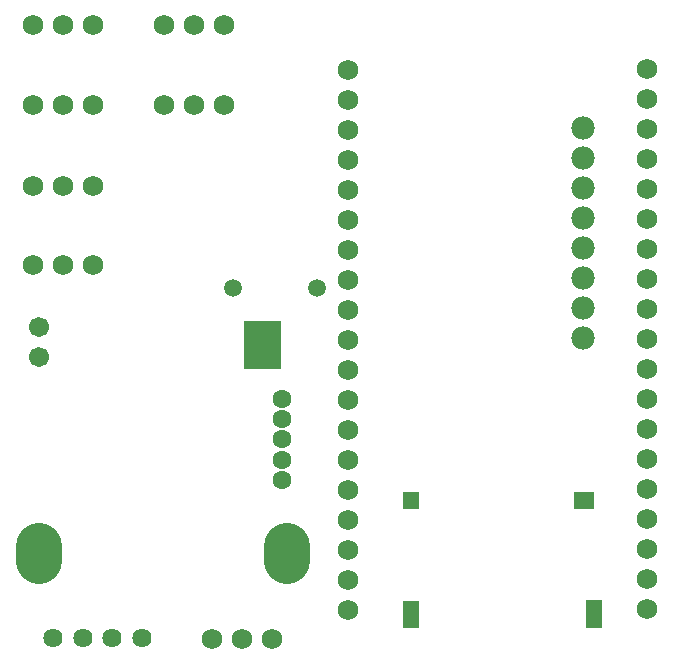
<source format=gbs>
G04 Layer: BottomSolderMaskLayer*
G04 EasyEDA v6.5.5, 2022-06-21 14:44:54*
G04 7803e98a07e24d43aec7228dd6304fe2,95753c6d73fd445989ad8f01ddeeb764,10*
G04 Gerber Generator version 0.2*
G04 Scale: 100 percent, Rotated: No, Reflected: No *
G04 Dimensions in millimeters *
G04 leading zeros omitted , absolute positions ,4 integer and 5 decimal *
%FSLAX45Y45*%
%MOMM*%

%ADD42C,3.9016*%
%ADD46C,1.7016*%
%ADD47C,1.6016*%
%ADD49C,1.9812*%
%ADD51C,1.7272*%
%ADD52C,1.6256*%
%ADD53C,1.5095*%

%LPD*%
D42*
X1143000Y11045499D02*
G01*
X1143000Y10925500D01*
X3238500Y11045499D02*
G01*
X3238500Y10925500D01*
D46*
G01*
X1143000Y12903200D03*
G01*
X1143000Y12649200D03*
D47*
G01*
X3200400Y12292711D03*
G01*
X3200400Y12121692D03*
G01*
X3200400Y11950700D03*
G01*
X3200400Y11779707D03*
G01*
X3200400Y11608688D03*
D49*
G01*
X5746902Y14587905D03*
G01*
X5746927Y14333956D03*
G01*
X5746927Y14079956D03*
G01*
X5746927Y13825956D03*
G01*
X5746927Y13571956D03*
G01*
X5746927Y13317956D03*
G01*
X5746927Y13063956D03*
G01*
X5746927Y12809956D03*
D51*
G01*
X3111525Y10261650D03*
G01*
X2857525Y10261650D03*
G01*
X2603525Y10261650D03*
D52*
G01*
X2010994Y10268000D03*
G01*
X1761007Y10268000D03*
G01*
X1510995Y10268000D03*
G01*
X1261008Y10268000D03*
D53*
G01*
X3492500Y13233400D03*
G01*
X2781300Y13233400D03*
D51*
G01*
X1600200Y13423900D03*
G01*
X1346200Y13423900D03*
G01*
X1092200Y13423900D03*
G01*
X1600200Y14097000D03*
G01*
X1346200Y14097000D03*
G01*
X1092200Y14097000D03*
G01*
X1600200Y14782800D03*
G01*
X1346200Y14782800D03*
G01*
X1092200Y14782800D03*
G01*
X1600200Y15455900D03*
G01*
X1346200Y15455900D03*
G01*
X1092200Y15455900D03*
G01*
X2705100Y14782800D03*
G01*
X2451100Y14782800D03*
G01*
X2197100Y14782800D03*
G01*
X2705100Y15455900D03*
G01*
X2451100Y15455900D03*
G01*
X2197100Y15455900D03*
G36*
X4225290Y10351262D02*
G01*
X4225290Y10581639D01*
X4355591Y10581639D01*
X4355591Y10351262D01*
G37*
G36*
X4225543Y11357863D02*
G01*
X4225543Y11508231D01*
X4355845Y11508231D01*
X4355845Y11357863D01*
G37*
G36*
X5675375Y11358626D02*
G01*
X5675375Y11508739D01*
X5845556Y11508739D01*
X5845556Y11358626D01*
G37*
G36*
X5775706Y10357865D02*
G01*
X5775706Y10587989D01*
X5905754Y10587989D01*
X5905754Y10357865D01*
G37*
G01*
X3759200Y10502900D03*
G01*
X3759200Y10756900D03*
G01*
X3759200Y11010900D03*
G01*
X3759200Y11264900D03*
G01*
X3759200Y11518900D03*
G01*
X3759200Y11772900D03*
G01*
X3759200Y12026900D03*
G01*
X3759200Y12280900D03*
G01*
X3759200Y12534900D03*
G01*
X3759200Y12788900D03*
G01*
X3759200Y13042900D03*
G01*
X3759200Y13296900D03*
G01*
X3759200Y13550900D03*
G01*
X3759200Y13804900D03*
G01*
X3759200Y14058900D03*
G01*
X3759200Y14312900D03*
G01*
X3759200Y14566900D03*
G01*
X3759200Y14820900D03*
G01*
X3759200Y15074900D03*
G01*
X6286500Y15087600D03*
G01*
X6286500Y14833600D03*
G01*
X6286500Y14579600D03*
G01*
X6286500Y14325600D03*
G01*
X6286500Y14071600D03*
G01*
X6286500Y13817600D03*
G01*
X6286500Y13563600D03*
G01*
X6286500Y13309600D03*
G01*
X6286500Y13055600D03*
G01*
X6286500Y12801600D03*
G01*
X6286500Y12547600D03*
G01*
X6286500Y12293600D03*
G01*
X6286500Y12039600D03*
G01*
X6286500Y11785930D03*
G01*
X6286500Y11531600D03*
G01*
X6286500Y11277600D03*
G01*
X6286500Y11023600D03*
G01*
X6286500Y10769600D03*
G01*
X6286500Y10515600D03*
G36*
X2880106Y12545821D02*
G01*
X2880106Y12955778D01*
X3190493Y12955778D01*
X3190493Y12545821D01*
G37*
M02*

</source>
